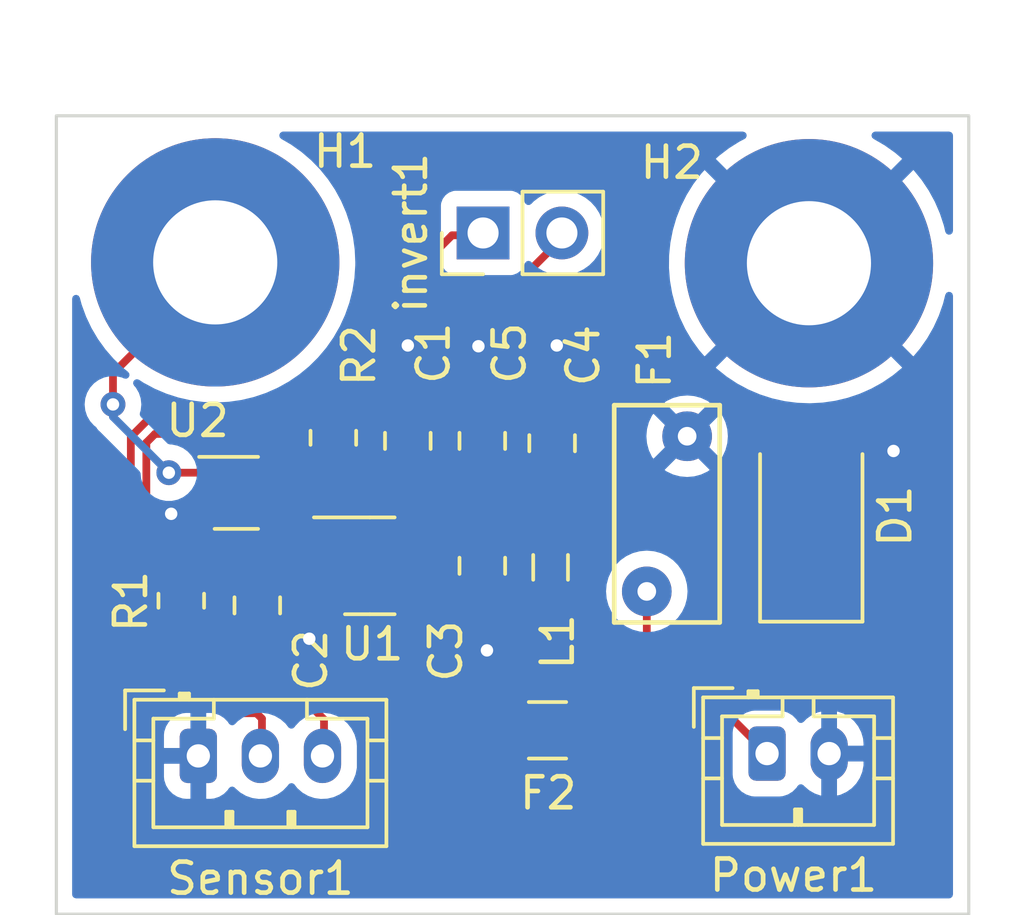
<source format=kicad_pcb>
(kicad_pcb (version 20211014) (generator pcbnew)
  (layers (0 "F.Cu" signal) (31 "B.Cu" signal) (34 "B.Paste" user) (35 "F.Paste" user) (36 "B.SilkS" user "B.Silkscreen") (37 "F.SilkS" user "F.Silkscreen") (38 "B.Mask" user) (39 "F.Mask" user) (44 "Edge.Cuts" user))
  (net 0 "")
  (net 1 "GND")
  (net 2 "VRaw")
  (net 3 "V5")
  (net 4 "Net-(C3-Pad1)")
  (net 5 "BATT")
  (net 6 "Net-(invert1-Pad2)")
  (net 7 "Net-(R1-Pad2)")
  (net 8 "Height")
  (net 10 "Net-(U2-Pad1)")
  (footprint "MountingHole:MountingHole_4mm_Pad" (layer "F.Cu") (at 142.575 85.625)
    (fp_text reference "H2" (at -4.419 -3.244) (layer "F.SilkS"))
    (fp_text value "MountingHole_Pad")
    (pad "1" thru_hole circle (at 0 0) (size 8 8) (drill 4) (layers *.Cu *.Mask) (net 1 "GND"))
  )
  (footprint "Diode_SMD:D_SMA" (layer "F.Cu") (at 142.65 93.775 90)
    (fp_text reference "D1" (at 0 2.7 90) (layer "F.SilkS"))
    (fp_text value "1PGSMA4740HR3G")
    (fp_line (start -3.4 1.65) (end 2 1.65) (layer "F.SilkS") (width 0.12))
    (fp_line (start -3.4 -1.65) (end -3.4 1.65) (layer "F.SilkS") (width 0.12))
    (fp_line (start -3.4 -1.65) (end 2 -1.65) (layer "F.SilkS") (width 0.12))
    (pad "1" smd rect (at -2 0 90) (size 2.5 1.8) (layers "F.Cu" "F.Paste" "F.Mask") (net 4 "Net-(C3-Pad1)"))
    (pad "2" smd rect (at 2 0 90) (size 2.5 1.8) (layers "F.Cu" "F.Paste" "F.Mask") (net 1 "GND"))
  )
  (footprint "Capacitor_SMD:C_0805_2012Metric_Pad1.18x1.45mm_HandSolder" (layer "F.Cu") (at 134.3 91.425 90)
    (fp_text reference "C4" (at 2.825 1 90) (layer "F.SilkS"))
    (fp_text value "10uf 16V")
    (fp_line (start -0.261252 -0.735) (end 0.261252 -0.735) (layer "F.SilkS") (width 0.12))
    (fp_line (start -0.261252 0.735) (end 0.261252 0.735) (layer "F.SilkS") (width 0.12))
    (pad "1" smd roundrect (at -1.0375 0 90) (size 1.175 1.45) (layers "F.Cu" "F.Paste" "F.Mask") (roundrect_rratio 0.2127659574) (net 2 "VRaw"))
    (pad "2" smd roundrect (at 1.0375 0 90) (size 1.175 1.45) (layers "F.Cu" "F.Paste" "F.Mask") (roundrect_rratio 0.2127659574) (net 1 "GND"))
  )
  (footprint "Capacitor_SMD:C_0805_2012Metric_Pad1.18x1.45mm_HandSolder" (layer "F.Cu") (at 132.05 95.375 -90)
    (fp_text reference "C3" (at 2.75 1.175 90) (layer "F.SilkS"))
    (fp_text value "10uf 16V")
    (fp_line (start -0.261252 -0.735) (end 0.261252 -0.735) (layer "F.SilkS") (width 0.12))
    (fp_line (start -0.261252 0.735) (end 0.261252 0.735) (layer "F.SilkS") (width 0.12))
    (pad "1" smd roundrect (at -1.0375 0 270) (size 1.175 1.45) (layers "F.Cu" "F.Paste" "F.Mask") (roundrect_rratio 0.2127659574) (net 4 "Net-(C3-Pad1)"))
    (pad "2" smd roundrect (at 1.0375 0 270) (size 1.175 1.45) (layers "F.Cu" "F.Paste" "F.Mask") (roundrect_rratio 0.2127659574) (net 1 "GND"))
  )
  (footprint "Capacitor_SMD:C_0805_2012Metric_Pad1.18x1.45mm_HandSolder" (layer "F.Cu") (at 132.05 91.35 90)
    (fp_text reference "C5" (at 2.825 0.875 90) (layer "F.SilkS"))
    (fp_text value "100nf 16V")
    (fp_line (start -0.261252 0.735) (end 0.261252 0.735) (layer "F.SilkS") (width 0.12))
    (fp_line (start -0.261252 -0.735) (end 0.261252 -0.735) (layer "F.SilkS") (width 0.12))
    (pad "1" smd roundrect (at -1.0375 0 90) (size 1.175 1.45) (layers "F.Cu" "F.Paste" "F.Mask") (roundrect_rratio 0.2127659574) (net 2 "VRaw"))
    (pad "2" smd roundrect (at 1.0375 0 90) (size 1.175 1.45) (layers "F.Cu" "F.Paste" "F.Mask") (roundrect_rratio 0.2127659574) (net 1 "GND"))
  )
  (footprint "Package_TO_SOT_SMD:SOT-353_SC-70-5" (layer "F.Cu") (at 124.125 93.025)
    (fp_text reference "U2" (at -1.25 -2.325) (layer "F.SilkS"))
    (fp_text value "MCP6001x-LT")
    (fp_line (start -0.7 1.16) (end 0.7 1.16) (layer "F.SilkS") (width 0.12))
    (fp_line (start 0.7 -1.16) (end -1.2 -1.16) (layer "F.SilkS") (width 0.12))
    (pad "1" smd rect (at -0.95 -0.65) (size 0.65 0.4) (layers "F.Cu" "F.Paste" "F.Mask") (net 10 "Net-(U2-Pad1)"))
    (pad "2" smd rect (at -0.95 0) (size 0.65 0.4) (layers "F.Cu" "F.Paste" "F.Mask") (net 1 "GND"))
    (pad "3" smd rect (at -0.95 0.65) (size 0.65 0.4) (layers "F.Cu" "F.Paste" "F.Mask") (net 1 "GND"))
    (pad "4" smd rect (at 0.95 0.65) (size 0.65 0.4) (layers "F.Cu" "F.Paste" "F.Mask") (net 7 "Net-(R1-Pad2)"))
    (pad "5" smd rect (at 0.95 -0.65) (size 0.65 0.4) (layers "F.Cu" "F.Paste" "F.Mask") (net 3 "V5"))
  )
  (footprint "Capacitor_SMD:C_0805_2012Metric_Pad1.18x1.45mm_HandSolder" (layer "F.Cu") (at 129.65 91.35 -90)
    (fp_text reference "C1" (at -2.825 -0.825 90) (layer "F.SilkS"))
    (fp_text value "10uf 16V")
    (fp_line (start -0.261252 -0.735) (end 0.261252 -0.735) (layer "F.SilkS") (width 0.12))
    (fp_line (start -0.261252 0.735) (end 0.261252 0.735) (layer "F.SilkS") (width 0.12))
    (pad "1" smd roundrect (at -1.0375 0 270) (size 1.175 1.45) (layers "F.Cu" "F.Paste" "F.Mask") (roundrect_rratio 0.2127659574) (net 1 "GND"))
    (pad "2" smd roundrect (at 1.0375 0 270) (size 1.175 1.45) (layers "F.Cu" "F.Paste" "F.Mask") (roundrect_rratio 0.2127659574) (net 2 "VRaw"))
  )
  (footprint "Capacitor_SMD:C_0805_2012Metric_Pad1.18x1.45mm_HandSolder" (layer "F.Cu") (at 124.8 96.65 90)
    (fp_text reference "C2" (at -1.775 1.725 90) (layer "F.SilkS"))
    (fp_text value "10uf 16V")
    (fp_line (start -0.261252 0.735) (end 0.261252 0.735) (layer "F.SilkS") (width 0.12))
    (fp_line (start -0.261252 -0.735) (end 0.261252 -0.735) (layer "F.SilkS") (width 0.12))
    (pad "1" smd roundrect (at -1.0375 0 90) (size 1.175 1.45) (layers "F.Cu" "F.Paste" "F.Mask") (roundrect_rratio 0.2127659574) (net 1 "GND"))
    (pad "2" smd roundrect (at 1.0375 0 90) (size 1.175 1.45) (layers "F.Cu" "F.Paste" "F.Mask") (roundrect_rratio 0.2127659574) (net 3 "V5"))
  )
  (footprint "Resistor_SMD:R_0805_2012Metric" (layer "F.Cu") (at 127.25 91.25 90)
    (fp_text reference "R2" (at 2.65 0.825 90) (layer "F.SilkS"))
    (fp_text value "10k")
    (fp_line (start -0.227064 0.735) (end 0.227064 0.735) (layer "F.SilkS") (width 0.12))
    (fp_line (start -0.227064 -0.735) (end 0.227064 -0.735) (layer "F.SilkS") (width 0.12))
    (pad "1" smd roundrect (at -0.9125 0 90) (size 1.025 1.4) (layers "F.Cu" "F.Paste" "F.Mask") (roundrect_rratio 0.243902439) (net 7 "Net-(R1-Pad2)"))
    (pad "2" smd roundrect (at 0.9125 0 90) (size 1.025 1.4) (layers "F.Cu" "F.Paste" "F.Mask") (roundrect_rratio 0.243902439) (net 6 "Net-(invert1-Pad2)"))
  )
  (footprint "Connector_JST:JST_PH_B3B-PH-K_1x03_P2.00mm_Vertical" (layer "F.Cu") (at 122.9 101.5)
    (fp_text reference "Sensor1" (at 2 3.95) (layer "F.SilkS"))
    (fp_text value "B3B-PH-K-S")
    (fp_line (start 6.06 -0.5) (end 5.45 -0.5) (layer "F.SilkS") (width 0.12))
    (fp_line (start 6.06 2.91) (end 6.06 -1.81) (layer "F.SilkS") (width 0.12))
    (fp_line (start 6.06 0.8) (end 5.45 0.8) (layer "F.SilkS") (width 0.12))
    (fp_line (start -0.3 -1.81) (end -0.3 -2.01) (layer "F.SilkS") (width 0.12))
    (fp_line (start -2.06 2.91) (end 6.06 2.91) (layer "F.SilkS") (width 0.12))
    (fp_line (start 0.5 -1.2) (end -1.45 -1.2) (layer "F.SilkS") (width 0.12))
    (fp_line (start -2.36 -2.11) (end -2.36 -0.86) (layer "F.SilkS") (width 0.12))
    (fp_line (start -0.3 -2.01) (end -0.6 -2.01) (layer "F.SilkS") (width 0.12))
    (fp_line (start -2.06 -1.81) (end -2.06 2.91) (layer "F.SilkS") (width 0.12))
    (fp_line (start 1 2.3) (end 1 1.8) (layer "F.SilkS") (width 0.12))
    (fp_line (start 0.9 2.3) (end 0.9 1.8) (layer "F.SilkS") (width 0.12))
    (fp_line (start 0.9 1.8) (end 1.1 1.8) (layer "F.SilkS") (width 0.12))
    (fp_line (start 6.06 -1.81) (end -2.06 -1.81) (layer "F.SilkS") (width 0.12))
    (fp_line (start 2.9 1.8) (end 3.1 1.8) (layer "F.SilkS") (width 0.12))
    (fp_line (start -2.06 -0.5) (end -1.45 -0.5) (layer "F.SilkS") (width 0.12))
    (fp_line (start 5.45 -1.2) (end 3.5 -1.2) (layer "F.SilkS") (width 0.12))
    (fp_line (start 1.1 1.8) (end 1.1 2.3) (layer "F.SilkS") (width 0.12))
    (fp_line (start -1.11 -2.11) (end -2.36 -2.11) (layer "F.SilkS") (width 0.12))
    (fp_line (start -0.3 -1.91) (end -0.6 -1.91) (layer "F.SilkS") (width 0.12))
    (fp_line (start 3.1 1.8) (end 3.1 2.3) (layer "F.SilkS") (width 0.12))
    (fp_line (start -1.45 -1.2) (end -1.45 2.3) (layer "F.SilkS") (width 0.12))
    (fp_line (start 0.5 -1.81) (end 0.5 -1.2) (layer "F.SilkS") (width 0.12))
    (fp_line (start 5.45 2.3) (end 5.45 -1.2) (layer "F.SilkS") (width 0.12))
    (fp_line (start 2.9 2.3) (end 2.9 1.8) (layer "F.SilkS") (width 0.12))
    (fp_line (start 3.5 -1.2) (end 3.5 -1.81) (layer "F.SilkS") (width 0.12))
    (fp_line (start -2.06 0.8) (end -1.45 0.8) (layer "F.SilkS") (width 0.12))
    (fp_line (start 3 2.3) (end 3 1.8) (layer "F.SilkS") (width 0.12))
    (fp_line (start -1.45 2.3) (end 5.45 2.3) (layer "F.SilkS") (width 0.12))
    (fp_line (start -0.6 -2.01) (end -0.6 -1.81) (layer "F.SilkS") (width 0.12))
    (pad "1" thru_hole roundrect (at 0 0) (size 1.2 1.75) (drill 0.75) (layers *.Cu *.Mask) (roundrect_rratio 0.208333) (net 1 "GND"))
    (pad "2" thru_hole oval (at 2 0) (size 1.2 1.75) (drill 0.75) (layers *.Cu *.Mask) (net 8 "Height"))
    (pad "3" thru_hole oval (at 4 0) (size 1.2 1.75) (drill 0.75) (layers *.Cu *.Mask) (net 3 "V5"))
  )
  (footprint "Fuse:Fuse_1206_3216Metric_Pad1.42x1.75mm_HandSolder" (layer "F.Cu") (at 134.15 100.675 180)
    (fp_text reference "F2" (at -0.025 -2.025) (layer "F.SilkS"))
    (fp_text value "MF-LSMF260X-2")
    (fp_line (start -0.602064 -0.91) (end 0.602064 -0.91) (layer "F.SilkS") (width 0.12))
    (fp_line (start -0.602064 0.91) (end 0.602064 0.91) (layer "F.SilkS") (width 0.12))
    (pad "1" smd roundrect (at -1.4875 0 180) (size 1.425 1.75) (layers "F.Cu" "F.Paste" "F.Mask") (roundrect_rratio 0.175439) (net 5 "BATT"))
    (pad "2" smd roundrect (at 1.4875 0 180) (size 1.425 1.75) (layers "F.Cu" "F.Paste" "F.Mask") (roundrect_rratio 0.175439) (net 4 "Net-(C3-Pad1)"))
  )
  (footprint "Connector_JST:JST_PH_B2B-PH-K_1x02_P2.00mm_Vertical" (layer "F.Cu") (at 141.225 101.425)
    (fp_text reference "Power1" (at 0.85 3.925) (layer "F.SilkS"))
    (fp_text value "PHR-2")
    (fp_line (start 0.9 2.3) (end 0.9 1.8) (layer "F.SilkS") (width 0.12))
    (fp_line (start 1.5 -1.2) (end 1.5 -1.81) (layer "F.SilkS") (width 0.12))
    (fp_line (start -0.6 -2.01) (end -0.6 -1.81) (layer "F.SilkS") (width 0.12))
    (fp_line (start 4.06 -0.5) (end 3.45 -0.5) (layer "F.SilkS") (width 0.12))
    (fp_line (start 4.06 -1.81) (end -2.06 -1.81) (layer "F.SilkS") (width 0.12))
    (fp_line (start -2.06 2.91) (end 4.06 2.91) (layer "F.SilkS") (width 0.12))
    (fp_line (start 0.5 -1.81) (end 0.5 -1.2) (layer "F.SilkS") (width 0.12))
    (fp_line (start -1.45 -1.2) (end -1.45 2.3) (layer "F.SilkS") (width 0.12))
    (fp_line (start -0.3 -1.91) (end -0.6 -1.91) (layer "F.SilkS") (width 0.12))
    (fp_line (start -0.3 -1.81) (end -0.3 -2.01) (layer "F.SilkS") (width 0.12))
    (fp_line (start 3.45 -1.2) (end 1.5 -1.2) (layer "F.SilkS") (width 0.12))
    (fp_line (start -2.36 -2.11) (end -2.36 -0.86) (layer "F.SilkS") (width 0.12))
    (fp_line (start 0.9 1.8) (end 1.1 1.8) (layer "F.SilkS") (width 0.12))
    (fp_line (start -0.3 -2.01) (end -0.6 -2.01) (layer "F.SilkS") (width 0.12))
    (fp_line (start 4.06 2.91) (end 4.06 -1.81) (layer "F.SilkS") (width 0.12))
    (fp_line (start -1.11 -2.11) (end -2.36 -2.11) (layer "F.SilkS") (width 0.12))
    (fp_line (start 1 2.3) (end 1 1.8) (layer "F.SilkS") (width 0.12))
    (fp_line (start 0.5 -1.2) (end -1.45 -1.2) (layer "F.SilkS") (width 0.12))
    (fp_line (start -2.06 -0.5) (end -1.45 -0.5) (layer "F.SilkS") (width 0.12))
    (fp_line (start -2.06 -1.81) (end -2.06 2.91) (layer "F.SilkS") (width 0.12))
    (fp_line (start -2.06 0.8) (end -1.45 0.8) (layer "F.SilkS") (width 0.12))
    (fp_line (start -1.45 2.3) (end 3.45 2.3) (layer "F.SilkS") (width 0.12))
    (fp_line (start 3.45 2.3) (end 3.45 -1.2) (layer "F.SilkS") (width 0.12))
    (fp_line (start 1.1 1.8) (end 1.1 2.3) (layer "F.SilkS") (width 0.12))
    (fp_line (start 4.06 0.8) (end 3.45 0.8) (layer "F.SilkS") (width 0.12))
    (pad "1" thru_hole roundrect (at 0 0) (size 1.2 1.75) (drill 0.75) (layers *.Cu *.Mask) (roundrect_rratio 0.208333) (net 5 "BATT"))
    (pad "2" thru_hole oval (at 2 0) (size 1.2 1.75) (drill 0.75) (layers *.Cu *.Mask) (net 1 "GND"))
  )
  (footprint "Inductor_SMD:L_0805_2012Metric" (layer "F.Cu") (at 134.25 95.425 -90)
    (fp_text reference "L1" (at 2.4 -0.225 90) (layer "F.SilkS"))
    (fp_text value "BLM21BD102SN1D")
    (fp_line (start -0.399622 0.56) (end 0.399622 0.56) (layer "F.SilkS") (width 0.12))
    (fp_line (start -0.399622 -0.56) (end 0.399622 -0.56) (layer "F.SilkS") (width 0.12))
    (pad "1" smd roundrect (at -1.0625 0 270) (size 0.875 1.2) (layers "F.Cu" "F.Paste" "F.Mask") (net 4 "Net-(C3-Pad1)"))
    (pad "2" smd roundrect (at 1.0625 0 270) (size 0.875 1.2) (layers "F.Cu" "F.Paste" "F.Mask") (net 2 "VRaw"))
  )
  (footprint "MountingHole:MountingHole_4mm_Pad" (layer "F.Cu") (at 123.444 85.598)
    (fp_text reference "H1" (at 4.181 -3.573) (layer "F.SilkS"))
    (fp_text value "MountingHole_Pad")
    (pad "1" thru_hole circle (at 0 0) (size 8 8) (drill 4) (layers *.Cu *.Mask) (net 10 "Net-(U2-Pad1)"))
  )
  (footprint "Resistor_SMD:R_0805_2012Metric" (layer "F.Cu") (at 122.35 96.5 90)
    (fp_text reference "R1" (at -0.025 -1.625 90) (layer "F.SilkS"))
    (fp_text value "1k")
    (fp_line (start -0.227064 -0.735) (end 0.227064 -0.735) (layer "F.SilkS") (width 0.12))
    (fp_line (start -0.227064 0.735) (end 0.227064 0.735) (layer "F.SilkS") (width 0.12))
    (pad "1" smd roundrect (at -0.9125 0 90) (size 1.025 1.4) (layers "F.Cu" "F.Paste" "F.Mask") (roundrect_rratio 0.243902439) (net 8 "Height"))
    (pad "2" smd roundrect (at 0.9125 0 90) (size 1.025 1.4) (layers "F.Cu" "F.Paste" "F.Mask") (roundrect_rratio 0.243902439) (net 7 "Net-(R1-Pad2)"))
  )
  (footprint "Package_TO_SOT_SMD:SOT-23-5" (layer "F.Cu") (at 128.425 95.375)
    (fp_text reference "U1" (at 0.075 2.525) (layer "F.SilkS"))
    (fp_text value "NCP718BSN500T1G")
    (fp_line (start 0 -1.56) (end -1.8 -1.56) (layer "F.SilkS") (width 0.12))
    (fp_line (start 0 1.56) (end 0.8 1.56) (layer "F.SilkS") (width 0.12))
    (fp_line (start 0 -1.56) (end 0.8 -1.56) (layer "F.SilkS") (width 0.12))
    (fp_line (start 0 1.56) (end -0.8 1.56) (layer "F.SilkS") (width 0.12))
    (pad "1" smd roundrect (at -1.1375 -0.95) (size 1.325 0.6) (layers "F.Cu" "F.Paste" "F.Mask") (net 2 "VRaw"))
    (pad "2" smd roundrect (at -1.1375 0) (size 1.325 0.6) (layers "F.Cu" "F.Paste" "F.Mask") (net 1 "GND"))
    (pad "3" smd roundrect (at -1.1375 0.95) (size 1.325 0.6) (layers "F.Cu" "F.Paste" "F.Mask") (net 2 "VRaw"))
    (pad "4" smd roundrect (at 1.1375 0.95) (size 1.325 0.6) (layers "F.Cu" "F.Paste" "F.Mask"))
    (pad "5" smd roundrect (at 1.1375 -0.95) (size 1.325 0.6) (layers "F.Cu" "F.Paste" "F.Mask") (net 3 "V5"))
  )
  (footprint "Connector_PinHeader_2.54mm:PinHeader_1x02_P2.54mm_Vertical" (layer "F.Cu") (at 132.075 84.65 90)
    (fp_text reference "invert1" (at 0 -2.33 90) (layer "F.SilkS"))
    (fp_text value "Header_01x02_Male")
    (fp_line (start -1.33 3.87) (end 1.33 3.87) (layer "F.SilkS") (width 0.12))
    (fp_line (start -1.33 1.27) (end -1.33 3.87) (layer "F.SilkS") (width 0.12))
    (fp_line (start -1.33 0) (end -1.33 -1.33) (layer "F.SilkS") (width 0.12))
    (fp_line (start -1.33 -1.33) (end 0 -1.33) (layer "F.SilkS") (width 0.12))
    (fp_line (start -1.33 1.27) (end 1.33 1.27) (layer "F.SilkS") (width 0.12))
    (fp_line (start 1.33 1.27) (end 1.33 3.87) (layer "F.SilkS") (width 0.12))
    (pad "1" thru_hole rect (at 0 0 90) (size 1.7 1.7) (drill 1) (layers *.Cu *.Mask) (net 8 "Height"))
    (pad "2" thru_hole oval (at 0 2.54 90) (size 1.7 1.7) (drill 1) (layers *.Cu *.Mask) (net 6 "Net-(invert1-Pad2)"))
  )
  (footprint "Varistor:RV_Disc_D7mm_W3.4mm_P5mm" (layer "F.Cu") (at 137.35 96.2 90)
    (fp_text reference "F1" (at 7.45 0.25 90) (layer "F.SilkS"))
    (fp_text value "MOV-07D390K")
    (fp_line (start -1 -1.05) (end 6 -1.05) (layer "F.SilkS") (width 0.15))
    (fp_line (start 6 -1.05) (end 6 2.35) (layer "F.SilkS") (width 0.15))
    (fp_line (start -1 -1.05) (end -1 2.35) (layer "F.SilkS") (width 0.15))
    (fp_line (start -1 2.35) (end 6 2.35) (layer "F.SilkS") (width 0.15))
    (pad "1" thru_hole circle (at 0 0 90) (size 1.6 1.6) (drill 0.6) (layers *.Cu *.Mask) (net 5 "BATT"))
    (pad "2" thru_hole circle (at 5 1.3 90) (size 1.6 1.6) (drill 0.6) (layers *.Cu *.Mask) (net 1 "GND"))
  )
  (gr_rect (start 118.325 80.875) (end 147.725 106.6) (layer "Edge.Cuts") (width 0.1) (fill none))
  (segment (start 132.05 96.4125) (end 132.05 97.95) (width 0.25) (layer "F.Cu") (net 1))
  (segment (start 126.175 95.5) (end 126.175 97.3) (width 0.25) (layer "F.Cu") (net 1))
  (segment (start 127.2875 95.375) (end 126.3 95.375) (width 0.25) (layer "F.Cu") (net 1))
  (segment (start 129.65 88.275) (end 129.649799 88.274799) (width 0.25) (layer "F.Cu") (net 1))
  (segment (start 142.65 91.775) (end 145.2 91.775) (width 0.25) (layer "F.Cu") (net 1))
  (segment (start 126.175 97.3) (end 125.7875 97.6875) (width 0.25) (layer "F.Cu") (net 1))
  (segment (start 134.3 90.3875) (end 134.3 88.425) (width 0.25) (layer "F.Cu") (net 1))
  (segment (start 132.05 90.3125) (end 132.05 88.425) (width 0.25) (layer "F.Cu") (net 1))
  (segment (start 145.2 91.775) (end 145.3 91.675) (width 0.25) (layer "F.Cu") (net 1))
  (segment (start 126.3 95.375) (end 126.175 95.5) (width 0.25) (layer "F.Cu") (net 1))
  (segment (start 129.65 90.3125) (end 129.65 88.275) (width 0.25) (layer "F.Cu") (net 1))
  (segment (start 124.8 97.6875) (end 125.7875 97.6875) (width 0.25) (layer "F.Cu") (net 1))
  (segment (start 132.05 97.95) (end 132.2 98.1) (width 0.25) (layer "F.Cu") (net 1))
  (segment (start 134.3 88.425) (end 134.45 88.275) (width 0.25) (layer "F.Cu") (net 1))
  (segment (start 125.7875 97.6875) (end 126.4375 97.6875) (width 0.25) (layer "F.Cu") (net 1))
  (segment (start 122.05 93.675) (end 122.025 93.7) (width 0.25) (layer "F.Cu") (net 1))
  (segment (start 123.175 93.025) (end 123.175 93.675) (width 0.25) (layer "F.Cu") (net 1))
  (segment (start 126.4375 97.6875) (end 126.475 97.725) (width 0.25) (layer "F.Cu") (net 1))
  (segment (start 132.05 88.425) (end 131.925 88.3) (width 0.25) (layer "F.Cu") (net 1))
  (segment (start 129.65 90.3125) (end 132.05 90.3125) (width 0.25) (layer "F.Cu") (net 1))
  (segment (start 134.3 90.3875) (end 132.125 90.3875) (width 0.25) (layer "F.Cu") (net 1))
  (segment (start 123.175 93.675) (end 122.05 93.675) (width 0.25) (layer "F.Cu") (net 1))
  (via (at 132.2 98.1) (size 0.8) (drill 0.4) (layers "F.Cu" "B.Cu") (net 1))
  (via (at 126.475 97.725) (size 0.8) (drill 0.4) (layers "F.Cu" "B.Cu") (net 1))
  (via (at 134.45 88.275) (size 0.8) (drill 0.4) (layers "F.Cu" "B.Cu") (net 1))
  (via (at 145.3 91.675) (size 0.8) (drill 0.4) (layers "F.Cu" "B.Cu") (net 1))
  (via (at 131.925 88.3) (size 0.8) (drill 0.4) (layers "F.Cu" "B.Cu") (net 1))
  (via (at 129.649799 88.274799) (size 0.8) (drill 0.4) (layers "F.Cu" "B.Cu") (net 1))
  (via (at 122.025 93.7) (size 0.8) (drill 0.4) (layers "F.Cu" "B.Cu") (net 1))
  (segment (start 130.9 95.425) (end 130.525 95.05) (width 0.25) (layer "F.Cu") (net 2))
  (segment (start 130.25 95.325) (end 128.571751 95.325) (width 0.25) (layer "F.Cu") (net 2))
  (segment (start 132.05 92.3875) (end 134.225 92.3875) (width 0.25) (layer "F.Cu") (net 2))
  (segment (start 128.571751 95.325) (end 128.55 95.303249) (width 0.25) (layer "F.Cu") (net 2))
  (segment (start 134.25 96.25) (end 133.425 95.425) (width 0.25) (layer "F.Cu") (net 2))
  (segment (start 128.55 95.575) (end 128.55 95.303249) (width 0.25) (layer "F.Cu") (net 2))
  (segment (start 133.425 95.425) (end 130.9 95.425) (width 0.25) (layer "F.Cu") (net 2))
  (segment (start 129.65 92.3875) (end 132.05 92.3875) (width 0.25) (layer "F.Cu") (net 2))
  (segment (start 127.8 96.325) (end 128.55 95.575) (width 0.25) (layer "F.Cu") (net 2))
  (segment (start 130.525 95.05) (end 130.25 95.325) (width 0.25) (layer "F.Cu") (net 2))
  (segment (start 130.7 94.875) (end 130.525 95.05) (width 0.25) (layer "F.Cu") (net 2))
  (segment (start 128.55 95.303249) (end 127.671751 94.425) (width 0.25) (layer "F.Cu") (net 2))
  (segment (start 130.7 93.425) (end 130.7 94.875) (width 0.25) (layer "F.Cu") (net 2))
  (segment (start 129.6625 92.3875) (end 130.7 93.425) (width 0.25) (layer "F.Cu") (net 2))
  (segment (start 125.075 92.375) (end 124.85 92.375) (width 0.25) (layer "F.Cu") (net 3))
  (segment (start 123.575 96.575) (end 124.5375 95.6125) (width 0.25) (layer "F.Cu") (net 3))
  (segment (start 124.1 93.125) (end 124.1 94.425) (width 0.25) (layer "F.Cu") (net 3))
  (segment (start 124.8 95.125) (end 124.8 95.6125) (width 0.25) (layer "F.Cu") (net 3))
  (segment (start 124.55 99.625) (end 126.25 99.625) (width 0.25) (layer "F.Cu") (net 3))
  (segment (start 126.675 93.375) (end 128.525 93.375) (width 0.25) (layer "F.Cu") (net 3))
  (segment (start 123.575 98.65) (end 124.55 99.625) (width 0.25) (layer "F.Cu") (net 3))
  (segment (start 125.825 94.225) (end 126.675 93.375) (width 0.25) (layer "F.Cu") (net 3))
  (segment (start 125.825 94.5875) (end 125.825 94.225) (width 0.25) (layer "F.Cu") (net 3))
  (segment (start 128.525 93.375) (end 129.5625 94.4125) (width 0.25) (layer "F.Cu") (net 3))
  (segment (start 124.85 92.375) (end 124.1 93.125) (width 0.25) (layer "F.Cu") (net 3))
  (segment (start 124.1 94.425) (end 124.8 95.125) (width 0.25) (layer "F.Cu") (net 3))
  (segment (start 126.95 100.325) (end 126.95 101.525) (width 0.25) (layer "F.Cu") (net 3))
  (segment (start 126.25 99.625) (end 126.95 100.325) (width 0.25) (layer "F.Cu") (net 3))
  (segment (start 124.8 95.6125) (end 125.825 94.5875) (width 0.25) (layer "F.Cu") (net 3))
  (segment (start 123.575 98.65) (end 123.575 96.575) (width 0.25) (layer "F.Cu") (net 3))
  (segment (start 142.65 95.775) (end 141.2 95.775) (width 0.25) (layer "F.Cu") (net 4))
  (segment (start 133.9125 98.6875) (end 135.5625 98.6875) (width 0.25) (layer "F.Cu") (net 4))
  (segment (start 139.775 94.35) (end 135.575 94.35) (width 0.25) (layer "F.Cu") (net 4))
  (segment (start 135.5625 98.6875) (end 135.5625 94.3625) (width 0.25) (layer "F.Cu") (net 4))
  (segment (start 135.575 94.35) (end 135.5625 94.3625) (width 0.25) (layer "F.Cu") (net 4))
  (segment (start 141.2 95.775) (end 139.775 94.35) (width 0.25) (layer "F.Cu") (net 4))
  (segment (start 132.6625 99.9375) (end 133.9125 98.6875) (width 0.25) (layer "F.Cu") (net 4))
  (segment (start 135.5625 94.3625) (end 134.25 94.3625) (width 0.25) (layer "F.Cu") (net 4))
  (segment (start 132.6625 100.675) (end 132.6625 99.9375) (width 0.25) (layer "F.Cu") (net 4))
  (segment (start 134.25 94.3625) (end 132.075 94.3625) (width 0.25) (layer "F.Cu") (net 4))
  (segment (start 141.225 101.425) (end 138.7625 98.9625) (width 0.25) (layer "F.Cu") (net 5))
  (segment (start 137.35 96.2) (end 137.35 98.9625) (width 0.25) (layer "F.Cu") (net 5))
  (segment (start 138.7625 98.9625) (end 137.35 98.9625) (width 0.25) (layer "F.Cu") (net 5))
  (segment (start 137.35 98.9625) (end 135.6375 100.675) (width 0.25) (layer "F.Cu") (net 5))
  (segment (start 134.715 84.725) (end 133.04 86.4) (width 0.25) (layer "F.Cu") (net 6))
  (segment (start 127.25 89.275) (end 127.25 90.3375) (width 0.25) (layer "F.Cu") (net 6))
  (segment (start 133.04 86.4) (end 130.125 86.4) (width 0.25) (layer "F.Cu") (net 6))
  (segment (start 130.125 86.4) (end 127.25 89.275) (width 0.25) (layer "F.Cu") (net 6))
  (segment (start 127.1875 92.1625) (end 125.675 93.675) (width 0.25) (layer "F.Cu") (net 7))
  (segment (start 121.225 91.404876) (end 121.504876 91.125) (width 0.25) (layer "F.Cu") (net 7))
  (segment (start 121.225 94.4625) (end 121.225 91.404876) (width 0.25) (layer "F.Cu") (net 7))
  (segment (start 126.2125 91.125) (end 127.25 92.1625) (width 0.25) (layer "F.Cu") (net 7))
  (segment (start 125.675 93.675) (end 125.075 93.675) (width 0.25) (layer "F.Cu") (net 7))
  (segment (start 122.35 95.5875) (end 121.225 94.4625) (width 0.25) (layer "F.Cu") (net 7))
  (segment (start 121.504876 91.125) (end 126.2125 91.125) (width 0.25) (layer "F.Cu") (net 7))
  (segment (start 120.725 91.219332) (end 121.319332 90.625) (width 0.25) (layer "F.Cu") (net 8))
  (segment (start 121.319332 90.625) (end 125.175 90.625) (width 0.25) (layer "F.Cu") (net 8))
  (segment (start 120.725 95.7875) (end 120.725 91.219332) (width 0.25) (layer "F.Cu") (net 8))
  (segment (start 125.175 90.625) (end 131.075 84.725) (width 0.25) (layer "F.Cu") (net 8))
  (segment (start 122.35 97.4125) (end 122.35 98.625) (width 0.25) (layer "F.Cu") (net 8))
  (segment (start 124.775 100.125) (end 124.95 100.3) (width 0.25) (layer "F.Cu") (net 8))
  (segment (start 122.35 98.625) (end 123.85 100.125) (width 0.25) (layer "F.Cu") (net 8))
  (segment (start 122.35 97.4125) (end 120.725 95.7875) (width 0.25) (layer "F.Cu") (net 8))
  (segment (start 131.075 84.725) (end 132.175 84.725) (width 0.25) (layer "F.Cu") (net 8))
  (segment (start 124.95 100.3) (end 124.95 101.525) (width 0.25) (layer "F.Cu") (net 8))
  (segment (start 123.85 100.125) (end 124.775 100.125) (width 0.25) (layer "F.Cu") (net 8))
  (segment (start 120.15 90.175) (end 120.15 89.175) (width 0.25) (layer "F.Cu") (net 10))
  (segment (start 120.15 89.175) (end 123.625 85.7) (width 0.25) (layer "F.Cu") (net 10))
  (segment (start 123.175 92.375) (end 121.95 92.375) (width 0.25) (layer "F.Cu") (net 10))
  (via (at 121.95 92.375) (size 0.8) (drill 0.4) (layers "F.Cu" "B.Cu") (net 10))
  (via (at 120.15 90.175) (size 0.8) (drill 0.4) (layers "F.Cu" "B.Cu") (net 10))
  (segment (start 120.15 90.575) (end 120.15 90.175) (width 0.25) (layer "B.Cu") (net 10))
  (segment (start 121.95 92.375) (end 120.15 90.575) (width 0.25) (layer "B.Cu") (net 10))
  (zone (net 1) (net_name "GND") (layer "B.Cu") (connect_pads (clearance 0.508)) (min_thickness 0.254) (fill yes (thermal_gap 0.508) (thermal_bridge_width 0.508))
    (polygon (pts (xy 147.5 106.225) (xy 118.8 106.225) (xy 118.8 81.325) (xy 147.5 81.325)))
  )
)
</source>
